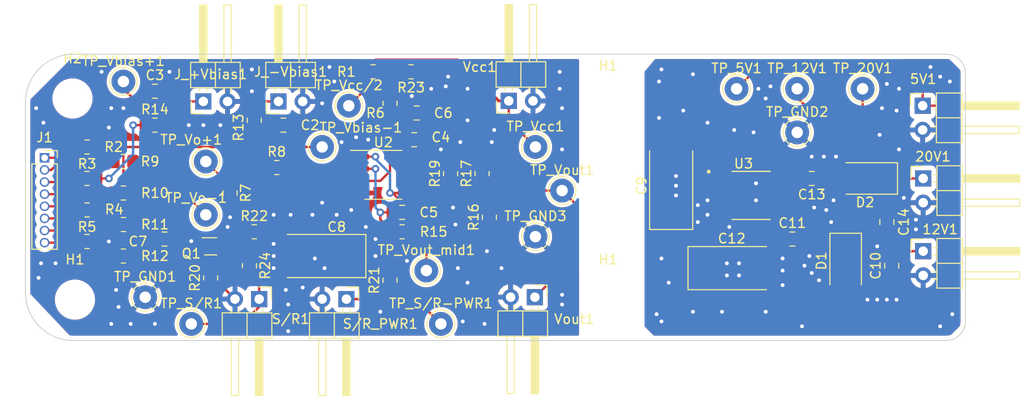
<source format=kicad_pcb>
(kicad_pcb (version 20211014) (generator pcbnew)
  (title_block (title "AMR strāvas mērītājs") (company "RTU") (comment 1 "Emīls Stūrītis") (comment 2 "161REB064"))
  (layers (0 "F.Cu" signal) (31 "B.Cu" signal) (34 "B.Paste" user) (35 "F.Paste" user) (36 "B.SilkS" user "B.Silkscreen") (37 "F.SilkS" user "F.Silkscreen") (38 "B.Mask" user) (39 "F.Mask" user) (44 "Edge.Cuts" user))
  (net 0 "")
  (net 1 "GND")
  (net 2 "Net-(J1-Pad1)")
  (net 3 "Net-(J1-Pad2)")
  (net 4 "Net-(J1-Pad3)")
  (net 5 "Net-(J1-Pad4)")
  (net 6 "Net-(J1-Pad5)")
  (net 7 "Net-(J1-Pad6)")
  (net 8 "Net-(J1-Pad7)")
  (net 9 "Net-(J1-Pad8)")
  (net 10 "Net-(J_+Vbias1-Pad1)")
  (net 11 "Net-(R6-Pad2)")
  (net 12 "Net-(J_-Vbias1-Pad1)")
  (net 13 "Net-(C7-Pad2)")
  (net 14 "/-Vbias")
  (net 15 "/+Vbias")
  (net 16 "/Vcc")
  (net 17 "Net-(C5-Pad1)")
  (net 18 "Net-(C5-Pad2)")
  (net 19 "/S{slash}R+")
  (net 20 "Net-(C8-Pad1)")
  (net 21 "Net-(C9-Pad1)")
  (net 22 "Net-(C9-Pad2)")
  (net 23 "/+12V")
  (net 24 "/5V")
  (net 25 "Net-(C12-Pad1)")
  (net 26 "Net-(C12-Pad2)")
  (net 27 "Net-(C13-Pad1)")
  (net 28 "/20V")
  (net 29 "/S{slash}R")
  (net 30 "/Vo")
  (net 31 "Net-(Q1-Pad4)")
  (net 32 "/Vcc{slash}2")
  (net 33 "/Vo+")
  (net 34 "/Vo-")
  (net 35 "Net-(R16-Pad2)")
  (net 36 "Net-(R21-Pad1)")
  (net 37 "Net-(R24-Pad2)")
  (net 38 "GND2")
  (footprint "Connector_PinHeader_2.54mm:PinHeader_1x02_P2.54mm_Horizontal" (layer "F.Cu") (at 88.055 76.255 -90)
    (fp_text reference "S/R1")
    (fp_text value "Conn_01x02")
  )
  (footprint "Capacitor_Tantalum_SMD:CP_EIA-7343-31_Kemet-D_Pad2.25x2.55mm_HandSolder" (layer "F.Cu") (at 137.58 73.01)
    (fp_text reference "C12")
    (fp_text value "C_Polarized_Small")
  )
  (footprint "Connector_PinHeader_2.54mm:PinHeader_1x02_P2.54mm_Horizontal" (layer "F.Cu") (at 116.949 76.053 -90)
    (fp_text reference "Vout1")
    (fp_text value "Conn_01x02")
  )
  (footprint "TestPoint:TestPoint_THTPad_D2.5mm_Drill1.2mm" (layer "F.Cu") (at 119.8 64.882)
    (fp_text reference "TP_Vout1")
    (fp_text value "TestPoint")
  )
  (footprint "Capacitor_SMD:C_0805_2012Metric_Pad1.18x1.45mm_HandSolder" (layer "F.Cu") (at 78.144 69.962)
    (fp_text reference "C7")
    (fp_text value "0.1uF")
  )
  (footprint "Resistor_SMD:R_0805_2012Metric_Pad1.20x1.40mm_HandSolder" (layer "F.Cu") (at 77.128 58.024)
    (fp_text reference "R14")
    (fp_text value "4R")
  )
  (footprint "Diode_SMD:D_SMA" (layer "F.Cu") (at 149.518 72.756 -90)
    (fp_text reference "D1")
    (fp_text value "1N5818")
  )
  (footprint "Capacitor_SMD:C_0805_2012Metric_Pad1.18x1.45mm_HandSolder" (layer "F.Cu") (at 143.93 69.962)
    (fp_text reference "C11")
    (fp_text value "2uf")
  )
  (footprint "Connector_PinHeader_2.54mm:PinHeader_1x02_P2.54mm_Horizontal" (layer "F.Cu") (at 90.077 55.541 90)
    (fp_text reference "J_-Vbias1")
    (fp_text value "Conn_01x02")
  )
  (footprint "Resistor_SMD:R_0805_2012Metric_Pad1.20x1.40mm_HandSolder" (layer "F.Cu") (at 101.766 55.738 -90)
    (fp_text reference "R6")
    (fp_text value "500k")
  )
  (footprint "TestPoint:TestPoint_THTPad_D2.5mm_Drill1.2mm" (layer "F.Cu") (at 117.006 60.31)
    (fp_text reference "TP_Vcc1")
    (fp_text value "TestPoint")
  )
  (footprint "Capacitor_SMD:C_0805_2012Metric_Pad1.18x1.45mm_HandSolder" (layer "F.Cu") (at 145.962 63.612 180)
    (fp_text reference "C13")
    (fp_text value "100nF")
  )
  (footprint "Resistor_SMD:R_0805_2012Metric_Pad1.20x1.40mm_HandSolder" (layer "F.Cu") (at 99.988 52.436 180)
    (fp_text reference "R1")
    (fp_text value "10k")
  )
  (footprint "TestPoint:TestPoint_THTPad_D2.5mm_Drill1.2mm" (layer "F.Cu") (at 76.112 76.058)
    (fp_text reference "TP_GND1")
    (fp_text value "TestPoint")
  )
  (footprint "MyLib:SOIC127P600X175-8N" (layer "F.Cu") (at 139.612 65.39)
    (fp_text reference "U3")
    (fp_text value "MAX662ACSA+")
  )
  (footprint "Capacitor_SMD:C_0805_2012Metric_Pad1.18x1.45mm_HandSolder" (layer "F.Cu") (at 104.306 59.548)
    (fp_text reference "C4")
    (fp_text value "1uF")
  )
  (footprint "MountingHole:MountingHole_3.2mm_M3" (layer "F.Cu") (at 68.746 76.312)
    (fp_text reference "H1")
    (fp_text value "MountingHole")
  )
  (footprint "Resistor_SMD:R_0805_2012Metric_Pad1.20x1.40mm_HandSolder" (layer "F.Cu") (at 70.016 70.216)
    (fp_text reference "R5")
    (fp_text value "0R")
  )
  (footprint "TestPoint:TestPoint_THTPad_D2.5mm_Drill1.2mm" (layer "F.Cu") (at 73.826 53.452)
    (fp_text reference "TP_Vbias+1")
    (fp_text value "TestPoint")
  )
  (footprint "Capacitor_SMD:C_0805_2012Metric_Pad1.18x1.45mm_HandSolder" (layer "F.Cu") (at 77.128 54.468)
    (fp_text reference "C3")
    (fp_text value "1uF")
  )
  (footprint "Resistor_SMD:R_0805_2012Metric_Pad1.20x1.40mm_HandSolder" (layer "F.Cu") (at 108.116 63.104 90)
    (fp_text reference "R19")
    (fp_text value "Rth")
  )
  (footprint "Resistor_SMD:R_0805_2012Metric_Pad1.20x1.40mm_HandSolder" (layer "F.Cu") (at 73.826 71.74)
    (fp_text reference "R12")
    (fp_text value "0R")
  )
  (footprint "Resistor_SMD:R_0805_2012Metric_Pad1.20x1.40mm_HandSolder" (layer "F.Cu") (at 85.002 65.136 -90)
    (fp_text reference "R7")
    (fp_text value "5k")
  )
  (footprint "Capacitor_SMD:C_0805_2012Metric_Pad1.18x1.45mm_HandSolder" (layer "F.Cu") (at 154.344 72.756 90)
    (fp_text reference "C10")
    (fp_text value "100nF")
  )
  (footprint "TestPoint:TestPoint_THTPad_D2.5mm_Drill1.2mm" (layer "F.Cu") (at 97.448 55.992)
    (fp_text reference "TP_Vcc/2")
    (fp_text value "TestPoint")
  )
  (footprint "Capacitor_SMD:C_0805_2012Metric_Pad1.18x1.45mm_HandSolder" (layer "F.Cu") (at 90.59 58.024 180)
    (fp_text reference "C2")
    (fp_text value "1uF")
  )
  (footprint "TestPoint:TestPoint_THTPad_D2.5mm_Drill1.2mm" (layer "F.Cu") (at 80.938 78.852)
    (fp_text reference "TP_S/R1")
    (fp_text value "TestPoint")
  )
  (footprint "Resistor_SMD:R_0805_2012Metric_Pad1.20x1.40mm_HandSolder" (layer "F.Cu") (at 73.826 68.438)
    (fp_text reference "R11")
    (fp_text value "0R")
  )
  (footprint "Connector_PinHeader_2.54mm:PinHeader_1x02_P2.54mm_Horizontal" (layer "F.Cu") (at 157.646 71.232)
    (fp_text reference "12V1")
    (fp_text value "Conn_01x02")
  )
  (footprint "TestPoint:TestPoint_THTPad_D2.5mm_Drill1.2mm" (layer "F.Cu") (at 105.576 73.264)
    (fp_text reference "TP_Vout_mid1")
    (fp_text value "TestPoint")
  )
  (footprint "Resistor_SMD:R_0805_2012Metric_Pad1.20x1.40mm_HandSolder" (layer "F.Cu") (at 89.893 62.469)
    (fp_text reference "R8")
    (fp_text value "5k")
  )
  (footprint "MountingHole:MountingHole_3.2mm_M3" (layer "F.Cu") (at 124.626 76.312)
    (fp_text reference "H1")
    (fp_text value "MountingHole")
  )
  (footprint "Connector_PinHeader_2.54mm:PinHeader_1x02_P2.54mm_Horizontal" (layer "F.Cu") (at 157.589 55.987)
    (fp_text reference "5V1")
    (fp_text value "Conn_01x02")
  )
  (footprint "Capacitor_SMD:C_0805_2012Metric_Pad1.18x1.45mm_HandSolder" (layer "F.Cu") (at 104.56 56.754)
    (fp_text reference "C6")
    (fp_text value "0.1uF")
  )
  (footprint "Resistor_SMD:R_0805_2012Metric_Pad1.20x1.40mm_HandSolder" (layer "F.Cu") (at 101.766 74.28 90)
    (fp_text reference "R21")
    (fp_text value "180R")
  )
  (footprint "Resistor_SMD:R_0805_2012Metric_Pad1.20x1.40mm_HandSolder" (layer "F.Cu") (at 70.016 60.31)
    (fp_text reference "R2")
    (fp_text value "0R")
  )
  (footprint "TestPoint:TestPoint_THTPad_D2.5mm_Drill1.2mm" (layer "F.Cu") (at 94.654 60.31)
    (fp_text reference "TP_Vbias-1")
    (fp_text value "TestPoint")
  )
  (footprint "MountingHole:MountingHole_3.2mm_M3" (layer "F.Cu") (at 68.492 55.23)
    (fp_text reference "H2")
    (fp_text value "MountingHole")
  )
  (footprint "Package_TO_SOT_SMD:SOT-563" (layer "F.Cu") (at 82.97 70.724)
    (fp_text reference "Q1")
    (fp_text value "BSD235C")
  )
  (footprint "Connector_PinSocket_1.27mm:PinSocket_1x08_P1.27mm_Vertical" (layer "F.Cu") (at 65.566 61.448)
    (fp_text reference "J1")
    (fp_text value "Conn_01x08")
  )
  (footprint "Resistor_SMD:R_0805_2012Metric_Pad1.20x1.40mm_HandSolder" (layer "F.Cu") (at 87.542 69.2)
    (fp_text reference "R22")
    (fp_text value "0R")
  )
  (footprint "Resistor_SMD:R_0805_2012Metric_Pad1.20x1.40mm_HandSolder" (layer "F.Cu") (at 103.036 69.2)
    (fp_text reference "R15")
    (fp_text value "500k")
  )
  (footprint "Resistor_SMD:R_0805_2012Metric_Pad1.20x1.40mm_HandSolder" (layer "F.Cu") (at 87.542 57.516 90)
    (fp_text reference "R13")
    (fp_text value "4R")
  )
  (footprint "TestPoint:TestPoint_THTPad_D2.5mm_Drill1.2mm" (layer "F.Cu") (at 144.438 58.786)
    (fp_text reference "TP_GND2")
    (fp_text value "TestPoint")
  )
  (footprint "TestPoint:TestPoint_THTPad_D2.5mm_Drill1.2mm" (layer "F.Cu") (at 117.006 69.708)
    (fp_text reference "TP_GND3")
    (fp_text value "TestPoint")
  )
  (footprint "Resistor_SMD:R_0805_2012Metric_Pad1.20x1.40mm_HandSolder" (layer "F.Cu") (at 112.18 67.676 90)
    (fp_text reference "R16")
    (fp_text value "Rb")
  )
  (footprint "Resistor_SMD:R_0805_2012Metric_Pad1.20x1.40mm_HandSolder" (layer "F.Cu") (at 103.976 52.436 180)
    (fp_text reference "R23")
    (fp_text value "10k")
  )
  (footprint "TestPoint:TestPoint_THTPad_D2.5mm_Drill1.2mm" (layer "F.Cu") (at 82.462 67.422)
    (fp_text reference "TP_Vo-1")
    (fp_text value "TestPoint")
  )
  (footprint "TestPoint:TestPoint_THTPad_D2.5mm_Drill1.2mm" (layer "F.Cu") (at 107.1 78.852)
    (fp_text reference "TP_S/R-PWR1")
    (fp_text value "TestPoint")
  )
  (footprint "Capacitor_SMD:C_0805_2012Metric_Pad1.18x1.45mm_HandSolder" (layer "F.Cu") (at 153.836 68.184 90)
    (fp_text reference "C14")
    (fp_text value "100nF")
  )
  (footprint "Package_SO:SOIC-8_3.9x4.9mm_P1.27mm" (layer "F.Cu") (at 101.069 63.231)
    (fp_text reference "U2")
    (fp_text value "RC4558")
  )
  (footprint "Diode_SMD:D_SMA" (layer "F.Cu") (at 151.55 63.612 180)
    (fp_text reference "D2")
    (fp_text value "1N5818")
  )
  (footprint "Resistor_SMD:R_0805_2012Metric_Pad1.20x1.40mm_HandSolder" (layer "F.Cu") (at 111.418 63.104 90)
    (fp_text reference "R17")
    (fp_text value "Ra")
  )
  (footprint "Resistor_SMD:R_0805_2012Metric_Pad1.20x1.40mm_HandSolder" (layer "F.Cu") (at 73.826 61.834)
    (fp_text reference "R9")
    (fp_text value "0R")
  )
  (footprint "TestPoint:TestPoint_THTPad_D2.5mm_Drill1.2mm" (layer "F.Cu") (at 82.462 61.834)
    (fp_text reference "TP_Vo+1")
    (fp_text value "TestPoint")
  )
  (footprint "Capacitor_SMD:C_0805_2012Metric_Pad1.18x1.45mm_HandSolder" (layer "F.Cu") (at 103.036 67.168)
    (fp_text reference "C5")
    (fp_text value "100nF")
  )
  (footprint "Capacitor_Tantalum_SMD:CP_EIA-7343-31_Kemet-D_Pad2.25x2.55mm_HandSolder" (layer "F.Cu") (at 131.23 64.374 90)
    (fp_text reference "C9")
    (fp_text value "C_Polarized_Small")
  )
  (footprint "TestPoint:TestPoint_THTPad_D2.5mm_Drill1.2mm" (layer "F.Cu") (at 144.438 54.214)
    (fp_text reference "TP_12V1")
    (fp_text value "TestPoint")
  )
  (footprint "Resistor_SMD:R_0805_2012Metric_Pad1.20x1.40mm_HandSolder" (layer "F.Cu") (at 73.826 65.136)
    (fp_text reference "R10")
    (fp_text value "0R")
  )
  (footprint "Connector_PinHeader_2.54mm:PinHeader_1x02_P2.54mm_Horizontal" (layer "F.Cu") (at 82.203 55.541 90)
    (fp_text reference "J_+Vbias1")
    (fp_text value "Conn_01x02")
  )
  (footprint "Connector_PinHeader_2.54mm:PinHeader_1x02_P2.54mm_Horizontal" (layer "F.Cu") (at 157.646 63.612)
    (fp_text reference "20V1")
    (fp_text value "Conn_01x02")
  )
  (footprint "Resistor_SMD:R_0805_2012Metric_Pad1.20x1.40mm_HandSolder" (layer "F.Cu") (at 82.97 74.026 90)
    (fp_text reference "R20")
    (fp_text value "4k7")
  )
  (footprint "Resistor_SMD:R_0805_2012Metric_Pad1.20x1.40mm_HandSolder" (layer "F.Cu") (at 70.016 63.612)
    (fp_text reference "R3")
    (fp_text value "0R")
  )
  (footprint "MountingHole:MountingHole_3.2mm_M3" (layer "F.Cu") (at 124.626 55.992)
    (fp_text reference "H1")
    (fp_text value "MountingHole")
  )
  (footprint "Capacitor_Tantalum_SMD:CP_EIA-7343-31_Kemet-D_Pad2.25x2.55mm_HandSolder" (layer "F.Cu") (at 94.654 71.74 180)
    (fp_text reference "C8")
    (fp_text value "C_Polarized_Small")
  )
  (footprint "Connector_PinHeader_2.54mm:PinHeader_1x02_P2.54mm_Horizontal" (layer "F.Cu") (at 114.212 55.484 90)
    (fp_text reference "Vcc1")
    (fp_text value "Conn_01x02")
  )
  (footprint "Resistor_SMD:R_0805_2012Metric_Pad1.20x1.40mm_HandSolder" (layer "F.Cu") (at 70.016 66.914)
    (fp_text reference "R4")
    (fp_text value "0R")
  )
  (footprint "TestPoint:TestPoint_THTPad_D2.5mm_Drill1.2mm" (layer "F.Cu") (at 138.088 54.214)
    (fp_text reference "TP_5V1")
    (fp_text value "TestPoint")
  )
  (footprint "TestPoint:TestPoint_THTPad_D2.5mm_Drill1.2mm" (layer "F.Cu") (at 151.296 54.214)
    (fp_text reference "TP_20V1")
    (fp_text value "TestPoint")
  )
  (footprint "Connector_PinHeader_2.54mm:PinHeader_1x02_P2.54mm_Horizontal" (layer "F.Cu") (at 97.199 76.255 -90)
    (fp_text reference "S/R_PWR1")
    (fp_text value "Conn_01x02")
  )
  (footprint "Resistor_SMD:R_0805_2012Metric_Pad1.20x1.40mm_HandSolder" (layer "F.Cu") (at 87.034 72.756 -90)
    (fp_text reference "R24")
    (fp_text value "0R")
  )
  (gr_line (start 68.566 50.592) (end 160.066 50.592) (layer "Edge.Cuts") (width 0.1))
  (gr_arc (start 160.066 50.592) (mid 161.480214 51.177786) (end 162.066 52.592) (layer "Edge.Cuts") (width 0.1))
  (gr_line (start 63.566 75.592) (end 63.566 55.592) (layer "Edge.Cuts") (width 0.1))
  (gr_arc (start 162.066 78.592) (mid 161.480214 80.006214) (end 160.066 80.592) (layer "Edge.Cuts") (width 0.1))
  (gr_line (start 162.066 64.092) (end 162.066 78.592) (layer "Edge.Cuts") (width 0.1))
  (gr_line (start 68.566 80.592) (end 160.066 80.592) (layer "Edge.Cuts") (width 0.1))
  (gr_arc (start 63.566 55.592) (mid 65.044306 52.070306) (end 68.566 50.592) (layer "Edge.Cuts") (width 0.1))
  (gr_arc (start 68.566 80.592) (mid 65.030466 79.127534) (end 63.566 75.592) (layer "Edge.Cuts") (width 0.1))
  (gr_line (start 162.066 64.092) (end 162.066 52.592) (layer "Edge.Cuts") (width 0.1))
  (segment (start 71.016 70.216) (end 72.302 70.216) (width 0.25) (layer "F.Cu") (net 1))
  (segment (start 84.286 75.026) (end 85.515 76.255) (width 0.25) (layer "F.Cu") (net 1))
  (segment (start 90.184 70.47) (end 91.454 71.74) (width 0.25) (layer "F.Cu") (net 1))
  (segment (start 89.574 71.74) (end 91.454 71.74) (width 0.25) (layer "F.Cu") (net 1))
  (segment (start 89.574 73.01) (end 90.184 73.01) (width 0.25) (layer "F.Cu") (net 1))
  (segment (start 89.574 70.47) (end 90.184 70.47) (width 0.25) (layer "F.Cu") (net 1))
  (segment (start 82.97 75.026) (end 84.286 75.026) (width 0.25) (layer "F.Cu") (net 1))
  (segment (start 80.938 70.1785) (end 82.1745 70.1785) (width 0.25) (layer "F.Cu") (net 1))
  (segment (start 82.1745 70.1785) (end 82.22 70.224) (width 0.25) (layer "F.Cu") (net 1))
  (segment (start 90.184 73.01) (end 91.454 71.74) (width 0.25) (layer "F.Cu") (net 1))
  (via (at 119.8 75.804) (size 0.8) (drill 0.4) (layers "F.Cu" "B.Cu") (net 1))
  (via (at 72.302 70.216) (size 0.8) (drill 0.4) (layers "F.Cu" "B.Cu") (net 1))
  (via (at 65.444 57.77) (size 0.8) (drill 0.4) (layers "F.Cu" "B.Cu") (net 1))
  (via (at 73.064 75.296) (size 0.8) (drill 0.4) (layers "F.Cu" "B.Cu") (net 1))
  (via (at 89.574 67.422) (size 0.8) (drill 0.4) (layers "F.Cu" "B.Cu") (net 1))
  (via (at 119.8 60.564) (size 0.8) (drill 0.4) (layers "F.Cu" "B.Cu") (net 1))
  (via (at 92.622 75.042) (size 0.8) (drill 0.4) (layers "F.Cu" "B.Cu") (net 1))
  (via (at 108.878 73.01) (size 0.8) (drill 0.4) (layers "F.Cu" "B.Cu") (net 1))
  (via (at 112.688 58.532) (size 0.8) (drill 0.4) (layers "F.Cu" "B.Cu") (net 1))
  (via (at 109.894 57.516) (size 0.8) (drill 0.4) (layers "F.Cu" "B.Cu") (net 1))
  (via (at 99.226 68.692) (size 0.8) (drill 0.4) (layers "F.Cu" "B.Cu") (net 1))
  (via (at 64.936 74.026) (size 0.8) (drill 0.4) (layers "F.Cu" "B.Cu") (net 1))
  (via (at 94.908 73.01) (size 0.8) (drill 0.4) (layers "F.Cu" "B.Cu") (net 1))
  (via (at 77.128 78.852) (size 0.8) (drill 0.4) (layers "F.Cu" "B.Cu") (net 1))
  (via (at 94.654 66.152) (size 0.8) (drill 0.4) (layers "F.Cu" "B.Cu") (net 1))
  (via (at 104.052 54.976) (size 0.8) (drill 0.4) (layers "F.Cu" "B.Cu") (net 1))
  (via (at 119.546 52.436) (size 0.8) (drill 0.4) (layers "F.Cu" "B.Cu") (net 1))
  (via (at 87.288 54.468) (size 0.8) (drill 0.4) (layers "F.Cu" "B.Cu") (net 1))
  (via (at 85.002 67.676) (size 0.8) (drill 0.4) (layers "F.Cu" "B.Cu") (net 1))
  (via (at 107.862 52.944) (size 0.8) (drill 0.4) (layers "F.Cu" "B.Cu") (net 1))
  (via (at 98.21 59.294) (size 0.8) (drill 0.4) (layers "F.Cu" "B.Cu") (net 1))
  (via (at 66.714 72.502) (size 0.8) (drill 0.4) (layers "F.Cu" "B.Cu") (net 1))
  (via (at 65.19 72.502) (size 0.8) (drill 0.4) (layers "F.Cu" "B.Cu") (net 1))
  (via (at 71.54 52.436) (size 0.8) (drill 0.4) (layers "F.Cu" "B.Cu") (net 1))
  (via (at 119.546 54.214) (size 0.8) (drill 0.4) (layers "F.Cu" "B.Cu") (net 1))
  (via (at 109.894 54.214) (size 0.8) (drill 0.4) (layers "F.Cu" "B.Cu") (net 1))
  (via (at 83.986 58.024) (size 0.8) (drill 0.4) (layers "F.Cu" "B.Cu") (net 1))
  (via (at 99.48 59.548) (size 0.8) (drill 0.4) (layers "F.Cu" "B.Cu") (net 1))
  (via (at 95.924 53.452) (size 0.8) (drill 0.4) (layers "F.Cu" "B.Cu") (net 1))
  (via (at 73.826 56.246) (size 0.8) (drill 0.4) (layers "F.Cu" "B.Cu") (net 1))
  (via (at 74.588 78.852) (size 0.8) (drill 0.4) (layers "F.Cu" "B.Cu") (net 1))
  (via (at 107.608 53.96) (size 0.8) (drill 0.4) (layers "F.Cu" "B.Cu") (net 1))
  (via (at 108.37 66.66) (size 0.8) (drill 0.4) (layers "F.Cu" "B.Cu") (net 1))
  (via (at 89.574 70.47) (size 0.8) (drill 0.4) (layers "F.Cu" "B.Cu") (net 1))
  (via (at 89.574 73.01) (size 0.8) (drill 0.4) (layers "F.Cu" "B.Cu") (net 1))
  (via (at 72.556 56.246) (size 0.8) (drill 0.4) (layers "F.Cu" "B.Cu") (net 1))
  (via (at 111.926 71.232) (size 0.8) (drill 0.4) (layers "F.Cu" "B.Cu") (net 1))
  (via (at 89.574 71.74) (size 0.8) (drill 0.4) (layers "F.Cu" "B.Cu") (net 1))
  (via (at 82.208 58.024) (size 0.8) (drill 0.4) (layers "F.Cu" "B.Cu") (net 1))
  (via (at 100.242 71.74) (size 0.8) (drill 0.4) (layers "F.Cu" "B.Cu") (net 1))
  (via (at 119.8 76.82) (size 0.8) (drill 0.4) (layers "F.Cu" "B.Cu") (net 1))
  (via (at 109.386 78.598) (size 0.8) (drill 0.4) (layers "F.Cu" "B.Cu") (net 1))
  (via (at 97.702 66.914) (size 0.8) (drill 0.4) (layers "F.Cu" "B.Cu") (net 1))
  (via (at 93.892 71.994) (size 0.8) (drill 0.4) (layers "F.Cu" "B.Cu") (net 1))
  (via (at 84.748 68.692) (size 0.8) (drill 0.4) (layers "F.Cu" "B.Cu") (net 1))
  (via (at 100.75 77.582) (size 0.8) (drill 0.4) (layers "F.Cu" "B.Cu") (net 1))
  (via (at 109.132 59.802) (size 0.8) (drill 0.4) (layers "F.Cu" "B.Cu") (net 1))
  (via (at 95.416 51.928) (size 0.8) (drill 0.4) (layers "F.Cu" "B.Cu") (net 1))
  (via (at 106.084 54.214) (size 0.8) (drill 0.4) (layers "F.Cu" "B.Cu") (net 1))
  (via (at 80.938 70.1785) (size 0.8) (drill 0.4) (layers "F.Cu" "B.Cu") (net 1))
  (via (at 108.624 68.438) (size 0.8) (drill 0.4) (layers "F.Cu" "B.Cu") (net 1))
  (via (at 103.544 72.248) (size 0.8) (drill 0.4) (layers "F.Cu" "B.Cu") (net 1))
  (via (at 90.844 75.296) (size 0.8) (drill 0.4) (layers "F.Cu" "B.Cu") (net 1))
  (via (at 93.638 67.422) (size 0.8) (drill 0.4) (layers "F.Cu" "B.Cu") (net 1))
  (via (at 112.434 59.802) (size 0.8) (drill 0.4) (layers "F.Cu" "B.Cu") (net 1))
  (via (at 72.302 58.278) (size 0.8) (drill 0.4) (layers "F.Cu" "B.Cu") (net 1))
  (via (at 64.682 56.246) (size 0.8) (drill 0.4) (layers "F.Cu" "B.Cu") (net 1))
  (via (at 109.894 74.534) (size 0.8) (drill 0.4) (layers "F.Cu" "B.Cu") (net 1))
  (via (at 91.098 79.614) (size 0.8) (drill 0.4) (layers "F.Cu" "B.Cu") (net 1))
  (via (at 107.1 60.564) (size 0.8) (drill 0.4) (layers "F.Cu" "B.Cu") (net 1))
  (via (at 87.288 52.182) (size 0.8) (drill 0.4) (layers "F.Cu" "B.Cu") (net 1))
  (via (at 96.686 59.802) (size 0.8) (drill 0.4) (layers "F.Cu" "B.Cu") (net 1))
  (via (at 100.242 69.962) (size 0.8) (drill 0.4) (layers "F.Cu" "B.Cu") (net 1))
  (via (at 72.556 78.852) (size 0.8) (drill 0.4) (layers "F.Cu" "B.Cu") (net 1))
  (via (at 91.352 67.422) (size 0.8) (drill 0.4) (layers "F.Cu" "B.Cu") (net 1))
  (via (at 78.652 52.436) (size 0.8) (drill 0.4) (layers "F.Cu" "B.Cu") (net 1))
  (via (at 91.098 76.82) (size 0.8) (drill 0.4) (layers "F.Cu" "B.Cu") (net 1))
  (via (at 111.672 78.852) (size 0.8) (drill 0.4) (layers "F.Cu" "B.Cu") (net 1))
  (via (at 119.8 56.246) (size 0.8) (drill 0.4) (layers "F.Cu" "B.Cu") (net 1))
  (via (at 113.45 73.01) (size 0.8) (drill 0.4) (layers "F.Cu" "B.Cu") (net 1))
  (via (at 80.684 58.024) (size 0.8) (drill 0.4) (layers "F.Cu" "B.Cu") (net 1))
  (via (at 73.318 77.074) (size 0.8) (drill 0.4) (layers "F.Cu" "B.Cu") (net 1))
  (via (at 94.654 55.738) (size 0.8) (drill 0.4) (layers "F.Cu" "B.Cu") (net 1))
  (via (at 96.178 67.422) (size 0.8) (drill 0.4) (layers "F.Cu" "B.Cu") (net 1))
  (segment (start 65.566 61.448) (end 67.878 61.448) (width 0.25) (layer "F.Cu") (net 2))
  (segment (start 67.878 61.448) (end 69.016 60.31) (width 0.25) (layer "F.Cu") (net 2))
  (segment (start 66.903106 62.088) (end 72.572 62.088) (width 0.25) (layer "F.Cu") (net 3))
  (segment (start 66.273106 62.718) (end 66.903106 62.088) (width 0.25) (layer "F.Cu") (net 3))
  (segment (start 72.572 62.088) (end 72.826 61.834) (width 0.25) (layer "F.Cu") (net 3))
  (segment (start 65.566 62.718) (end 66.273106 62.718) (width 0.25) (layer "F.Cu") (net 3))
  (segment (start 68.64 63.988) (end 65.566 63.988) (width 0.25) (layer "F.Cu") (net 4))
  (segment (start 69.016 63.612) (end 68.64 63.988) (width 0.25) (layer "F.Cu") (net 4))
  (segment (start 65.566 65.258) (end 72.704 65.258) (width 0.25) (layer "F.Cu") (net 5))
  (segment (start 72.704 65.258) (end 72.826 65.136) (width 0.25) (layer "F.Cu") (net 5))
  (segment (start 69.016 66.914) (end 68.63 66.528) (width 0.25) (layer "F.Cu") (net 6))
  (segment (start 68.63 66.528) (end 65.566 66.528) (width 0.25) (layer "F.Cu") (net 6))
  (segment (start 65.566 67.798) (end 67.09 67.798) (width 0.25) (layer "F.Cu") (net 7))
  (segment (start 67.73 68.438) (end 72.826 68.438) (width 0.25) (layer "F.Cu") (net 7))
  (segment (start 67.09 67.798) (end 67.73 68.438) (width 0.25) (layer "F.Cu") (net 7))
  (segment (start 65.566 69.068) (end 67.868 69.068) (width 0.25) (layer "F.Cu") (net 8))
  (segment (start 67.868 69.068) (end 69.016 70.216) (width 0.25) (layer "F.Cu") (net 8))
  (segment (start 72.826 71.74) (end 68.492 71.74) (width 0.25) (layer "F.Cu") (net 9))
  (segment (start 68.492 71.74) (end 67.09 70.338) (width 0.25) (layer "F.Cu") (net 9))
  (segment (start 67.09 70.338) (end 65.566 70.338) (width 0.25) (layer "F.Cu") (net 9))
  (segment (start 80.611 55.541) (end 82.203 55.541) (width 0.25) (layer "F.Cu") (net 10))
  (segment (start 78.128 58.024) (end 80.611 55.541) (width 0.25) (layer "F.Cu") (net 10))
  (segment (start 100.75 63.866) (end 101.766 62.85) (width 0.25) (layer "F.Cu") (net 11))
  (segment (start 85.002 66.136) (end 91.114 66.136) (width 0.25) (layer "F.Cu") (net 11))
  (segment (start 98.594 63.866) (end 100.75 63.866) (width 0.25) (layer "F.Cu") (net 11))
  (segment (start 91.114 66.136) (end 93.384 63.866) (width 0.25) (layer "F.Cu") (net 11))
  (segment (start 101.766 62.85) (end 101.766 56.738) (width 0.25) (layer "F.Cu") (net 11))
  (segment (start 93.384 63.866) (end 98.594 63.866) (width 0.25) (layer "F.Cu") (net 11))
  (segment (start 87.542 56.516) (end 88.517 55.541) (width 0.25) (layer "F.Cu") (net 12))
  (segment (start 88.517 55.541) (end 90.077 55.541) (width 0.25) (layer "F.Cu") (net 12))
  (segment (start 82.95 69.454) (end 83.72 70.224) (width 0.25) (layer "F.Cu") (net 13))
  (segment (start 82.22 71.224) (end 80.93 71.224) (width 0.25) (layer "F.Cu") (net 13))
  (segment (start 79.1815 69.962) (end 79.6895 69.454) (width 0.25) (layer "F.Cu") (net 13))
  (segment (start 80.4435 71.224) (end 79.1815 69.962) (width 0.25) (layer "F.Cu") (net 13))
  (segment (start 80.93 71.224) (end 80.4435 71.224) (width 0.25) (layer "F.Cu") (net 13))
  (segment (start 79.6895 69.454) (end 82.95 69.454) (width 0.25) (layer "F.Cu") (net 13))
  (segment (start 74.826 65.136) (end 74.826 64.612) (width 0.25) (layer "F.Cu") (net 14))
  (segment (start 85.748 60.31) (end 87.542 58.516) (width 0.25) (layer "F.Cu") (net 14))
  (segment (start 73.826 60.564) (end 73.572 60.31) (width 0.25) (layer "F.Cu") (net 14))
  (segment (start 89.5525 58.024) (end 89.5525 58.5105) (width 0.25) (layer "F.Cu") (net 14))
  (segment (start 89.0605 58.516) (end 89.5525 58.024) (width 0.25) (layer "F.Cu") (net 14))
  (segment (start 71.016 66.914) (end 73.048 66.914) (width 0.25) (layer "F.Cu") (net 14))
  (segment (start 74.826 64.612) (end 73.826 63.612) (width 0.25) (layer "F.Cu") (net 14))
  (segment (start 89.5525 58.5105) (end 91.352 60.31) (width 0.25) (layer "F.Cu") (net 14))
  (segment (start 73.572 60.31) (end 71.016 60.31) (width 0.25) (layer "F.Cu") (net 14))
  (segment (start 87.542 58.516) (end 89.0605 58.516) (width 0.25) (layer "F.Cu") (net 14))
  (segment (start 91.352 60.31) (end 94.654 60.31) (width 0.25) (layer "F.Cu") (net 14))
  (segment (start 73.572 60.31) (end 85.748 60.31) (width 0.25) (layer "F.Cu") (net 14))
  (segment (start 73.048 66.914) (end 74.826 65.136) (width 0.25) (layer "F.Cu") (net 14))
  (segment (start 73.826 63.612) (end 73.826 60.564) (width 0.25) (layer "F.Cu") (net 14))
  (segment (start 74.842 58.024) (end 76.128 58.024) (width 0.25) (layer "F.Cu") (net 15))
  (segment (start 73.826 54.2035) (end 76.128 56.5055) (width 0.25) (layer "F.Cu") (net 15))
  (segment (start 73.826 53.452) (end 73.826 54.2035) (width 0.25) (layer "F.Cu") (net 15))
  (segment (start 71.016 63.612) (end 72.302 63.612) (width 0.25) (layer "F.Cu") (net 15))
  (segment (start 76.128 56.5055) (end 78.1655 54.468) (width 0.25) (layer "F.Cu") (net 15))
  (segment (start 76.128 58.024) (end 76.128 56.5055) (width 0.25) (layer "F.Cu") (net 15))
  (via (at 74.842 58.024) (size 0.8) (drill 0.4) (layers "F.Cu" "B.Cu") (net 15))
  (via (at 72.302 63.612) (size 0.8) (drill 0.4) (layers "F.Cu" "B.Cu") (net 15))
  (segment (start 72.302 63.612) (end 74.842 61.072) (width 0.25) (layer "B.Cu") (net 15))
  (segment (start 74.842 61.072) (end 74.842 58.024) (width 0.25) (layer "B.Cu") (net 15))
  (segment (start 114.212 55.484) (end 113.196 55.484) (width 0.25) (layer "F.Cu") (net 16))
  (segment (start 113.196 55.484) (end 108.878 51.166) (width 0.25) (layer "F.Cu") (net 16))
  (segment (start 105.5975 56.754) (end 105.5975 59.294) (width 0.25) (layer "F.Cu") (net 16))
  (segment (start 103.544 61.326) (end 104.56 61.326) (width 0.25) (layer "F.Cu") (net 16))
  (segment (start 105.3435 60.5425) (end 105.3435 59.548) (width 0.25) (layer "F.Cu") (net 16))
  (segment (start 117.006 60.31) (end 114.974 58.278) (width 0.25) (layer "F.Cu") (net 16))
  (segment (start 106.8675 55.484) (end 114.212 55.484) (width 0.25) (layer "F.Cu") (net 16))
  (segment (start 108.878 51.166) (end 100.258 51.166) (width 0.25) (layer "F.Cu") (net 16))
  (segment (start 114.974 58.278) (end 114.212 58.278) (width 0.25) (layer "F.Cu") (net 16))
  (segment (start 114.212 58.278) (end 114.212 55.484) (width 0.25) (layer "F.Cu") (net 16))
  (segment (start 100.258 51.166) (end 98.988 52.436) (width 0.25) (layer "F.Cu") (net 16))
  (segment (start 105.5975 59.294) (end 105.3435 59.548) (width 0.25) (layer "F.Cu") (net 16))
  (segment (start 104.56 61.326) (end 105.3435 60.5425) (width 0.25) (layer "F.Cu") (net 16))
  (segment (start 105.5975 56.754) (end 106.8675 55.484) (width 0.25) (layer "F.Cu") (net 16))
  (segment (start 100.242 62.596) (end 91.02 62.596) (width 0.25) (layer "F.Cu") (net 17))
  (segment (start 100.75 67.168) (end 100.75 67.914) (width 0.25) (layer "F.Cu") (net 17))
  (segment (start 100.75 67.914) (end 102.036 69.2) (width 0.25) (layer "F.Cu") (net 17))
  (segment (start 91.02 62.596) (end 90.893 62.469) (width 0.25) (layer "F.Cu") (net 17))
  (segment (start 101.9985 67.168) (end 100.75 67.168) (width 0.25) (layer "F.Cu") (net 17))
  (via (at 100.242 62.596) (size 0.8) (drill 0.4) (layers "F.Cu" "B.Cu") (net 17))
  (via (at 100.75 67.168) (size 0.8) (drill 0.4) (layers "F.Cu" "B.Cu") (net 17))
  (segment (start 100.242 62.596) (end 100.242 66.66) (width 0.25) (layer "B.Cu") (net 17))
  (segment (start 100.242 66.66) (end 100.75 67.168) (width 0.25) (layer "B.Cu") (net 17))
  (segment (start 105.576 73.264) (end 105.576 70.74) (width 0.25) (layer "F.Cu") (net 18))
  (segment (start 101.766 65.136) (end 102.0415 65.136) (width 0.25) (layer "F.Cu") (net 18))
  (segment (start 105.576 70.74) (end 104.036 69.2) (width 0.25) (layer "F.Cu") (net 18))
  (segment (start 102.0415 65.136) (end 104.0735 67.168) (width 0.25) (layer "F.Cu") (net 18))
  (segment (start 104.0735 67.168) (end 104.0735 69.1625) (width 0.25) (layer "F.Cu") (net 18))
  (segment (start 103.544 65.136) (end 101.766 65.136) (width 0.25) (layer "F.Cu") (net 18))
  (segment (start 98.594 61.326) (end 100.242 61.326) (width 0.25) (layer "F.Cu") (net 18))
  (segment (start 104.0735 69.1625) (end 104.036 69.2) (width 0.25) (layer "F.Cu") (net 18))
  (via (at 101.766 65.136) (size 0.8) (drill 0.4) (layers "F.Cu" "B.Cu") (net 18))
  (via (at 100.242 61.326) (size 0.8) (drill 0.4) (layers "F.Cu" "B.Cu") (net 18))
  (segment (start 101.766 65.136) (end 101.766 63.094695) (width 0.25) (layer "B.Cu") (net 18))
  (segment (start 100.242 61.570695) (end 100.242 61.326) (width 0.25) (layer "B.Cu") (net 18))
  (segment (start 101.766 63.094695) (end 100.242 61.570695) (width 0.25) (layer "B.Cu") (net 18))
  (segment (start 74.826 68.438) (end 75.5825 68.438) (width 0.25) (layer "F.Cu") (net 19))
  (segment (start 75.5825 68.438) (end 77.1065 69.962) (width 0.25) (layer "F.Cu") (net 19))
  (segment (start 99.394 73.28) (end 97.854 71.74) (width 0.25) (layer "F.Cu") (net 20))
  (segment (start 93.13 69.2) (end 95.67 71.74) (width 0.25) (layer "F.Cu") (net 20))
  (segment (start 101.766 73.28) (end 99.394 73.28) (width 0.25) (layer "F.Cu") (net 20))
  (segment (start 88.542 69.2) (end 93.13 69.2) (width 0.25) (layer "F.Cu") (net 20))
  (segment (start 95.67 71.74) (end 97.854 71.74) (width 0.25) (layer "F.Cu") (net 20))
  (segment (start 134.049 64.755) (end 131.23 67.574) (width 0.25) (layer "F.Cu") (net 21))
  (segment (start 137.137 64.755) (end 134.049 64.755) (width 0.25) (layer "F.Cu") (net 21))
  (segment (start 133.541 63.485) (end 137.137 63.485) (width 0.25) (layer "F.Cu") (net 22))
  (segment (start 131.23 61.174) (end 133.541 63.485) (width 0.25) (layer "F.Cu") (net 22))
  (segment (start 149.518 74.756) (end 149.518 74.534) (width 0.25) (layer "F.Cu") (net 23))
  (segment (start 144.438 55.136396) (end 144.438 54.214) (width 0.25) (layer "F.Cu") (net 23))
  (segment (start 149.518 74.534) (end 151.804 72.248) (width 0.25) (layer "F.Cu") (net 23))
  (segment (start 151.804 72.248) (end 151.804 62.502396) (width 0.25) (layer "F.Cu") (net 23))
  (segment (start 157.646 71.232) (end 154.8305 71.232) (width 0.25) (layer "F.Cu") (net 23))
  (segment (start 143.812305 66.025) (end 142.087 66.025) (width 0.25) (layer "F.Cu") (net 23))
  (segment (start 151.804 62.502396) (end 144.438 55.136396) (width 0.25) (layer "F.Cu") (net 23))
  (segment (start 146.978 69.190695) (end 143.812305 66.025) (width 0.25) (layer "F.Cu") (net 23))
  (segment (start 151.3065 74.756) (end 149.518 74.756) (width 0.25) (layer "F.Cu") (net 23))
  (segment (start 146.978 72.216) (end 146.978 69.190695) (width 0.25) (layer "F.Cu") (net 23))
  (segment (start 154.344 71.7185) (end 151.3065 74.756) (width 0.25) (layer "F.Cu") (net 23))
  (segment (start 149.518 74.756) (end 146.978 72.216) (width 0.25) (layer "F.Cu") (net 23))
  (segment (start 154.8305 71.232) (end 154.344 71.7185) (width 0.25) (layer "F.Cu") (net 23))
  (segment (start 140.374 51.928) (end 138.088 54.214) (width 0.25) (layer "F.Cu") (net 24))
  (segment (start 157.589 55.987) (end 159.419 55.987) (width 0.25) (layer "F.Cu") (net 24))
  (segment (start 143.93 70.9995) (end 144.9675 69.962) (width 0.25) (layer "F.Cu") (net 24))
  (segment (start 157.9 77.836) (end 148.248 77.836) (width 0.25) (layer "F.Cu") (net 24))
  (segment (start 144.946 70.154) (end 142.087 67.295) (width 0.25) (layer "F.Cu") (net 24))
  (segment (start 157.589 55.987) (end 157.589 54.411) (width 0.25) (layer "F.Cu") (net 24))
  (segment (start 160.186 75.55) (end 157.9 77.836) (width 0.25) (layer "F.Cu") (net 24))
  (segment (start 143.93 73.518) (end 143.93 70.9995) (width 0.25) (layer "F.Cu") (net 24))
  (segment (start 160.186 56.754) (end 160.186 75.55) (width 0.25) (layer "F.Cu") (net 24))
  (segment (start 155.106 51.928) (end 140.374 51.928) (width 0.25) (layer "F.Cu") (net 24))
  (segment (start 148.248 77.836) (end 143.93 73.518) (width 0.25) (layer "F.Cu") (net 24))
  (segment (start 159.419 55.987) (end 160.186 56.754) (width 0.25) (layer "F.Cu") (net 24))
  (segment (start 157.589 54.411) (end 155.106 51.928) (width 0.25) (layer "F.Cu") (net 24))
  (segment (start 134.38 70.052) (end 137.137 67.295) (width 0.25) (layer "F.Cu") (net 25))
  (segment (start 134.38 73.01) (end 134.38 70.052) (width 0.25) (layer "F.Cu") (net 25))
  (segment (start 144.9245 63.612) (end 144.9245 63.0825) (width 0.25) (layer "F.Cu") (net 26))
  (segment (start 139.104 67.546574) (end 139.104 66.152) (width 0.25) (layer "F.Cu") (net 26))
  (segment (start 144.184 62.342) (end 140.12 62.342) (width 0.25) (layer "F.Cu") (net 26))
  (segment (start 138.977 66.025) (end 137.137 66.025) (width 0.25) (layer "F.Cu") (net 26))
  (segment (start 140.78 73.01) (end 140.78 69.222574) (width 0.25) (layer "F.Cu") (net 26))
  (segment (start 139.104 63.358) (end 139.104 66.152) (width 0.25) (layer "F.Cu") (net 26))
  (segment (start 144.9245 63.0825) (end 144.184 62.342) (width 0.25) (layer "F.Cu") (net 26))
  (segment (start 140.78 69.222574) (end 139.104 67.546574) (width 0.25) (layer "F.Cu") (net 26))
  (segment (start 140.12 62.342) (end 139.104 63.358) (width 0.25) (layer "F.Cu") (net 26))
  (segment (start 139.104 66.152) (end 138.977 66.025) (width 0.25) (layer "F.Cu") (net 26))
  (segment (start 149.518 70.756) (end 149.518 63.644) (width 0.25) (layer "F.Cu") (net 27))
  (segment (start 146.9995 63.612) (end 149.55 63.612) (width 0.25) (layer "F.Cu") (net 27))
  (segment (start 149.518 63.644) (end 149.55 63.612) (width 0.25) (layer "F.Cu") (net 27))
  (segment (start 153.55 66.8605) (end 153.836 67.1465) (width 0.25) (layer "F.Cu") (net 28))
  (segment (start 153.55 63.612) (end 153.55 66.8605) (width 0.25) (layer "F.Cu") (net 28))
  (segment (start 153.55 63.612) (end 157.646 63.612) (width 0.25) (layer "F.Cu") (net 28))
  (segment (start 151.296 54.214) (end 151.296 61.358) (width 0.25) (layer "F.Cu") (net 28))
  (segment (start 151.296 61.358) (end 153.55 63.612) (width 0.25) (layer "F.Cu") (net 28))
  (segment (start 84.732 73.026) (end 86.002 71.756) (width 0.25) (layer "F.Cu") (net 29))
  (segment locked (start 82.97 70.724) (end 82.97 73.026) (width 0.25) (layer "F.Cu") (net 29))
  (segment (start 82.22 70.724) (end 82.97 70.724) (width 0.25) (layer "F.Cu") (net 29))
  (segment (start 82.97 73.026) (end 84.732 73.026) (width 0.25) (layer "F.Cu") (net 29))
  (segment (start 82.97 70.724) (end 83.72 70.724) (width 0.25) (layer "F.Cu") (net 29))
  (segment (start 86.002 71.756) (end 87.034 71.756) (width 0.25) (layer "F.Cu") (net 29))
  (segment (start 103.544 62.596) (end 107.624 62.596) (width 0.25) (layer "F.Cu") (net 30))
  (segment (start 113.466 62.104) (end 111.418 62.104) (width 0.25) (layer "F.Cu") (net 30))
  (segment (start 116.244 64.882) (end 113.466 62.104) (width 0.25) (layer "F.Cu") (net 30))
  (segment (start 121.07 66.152) (end 119.8 64.882) (width 0.25) (layer "F.Cu") (net 30))
  (segment (start 120.054 73.518) (end 121.07 72.502) (width 0.25) (layer "F.Cu") (net 30))
  (segment (start 119.8 64.882) (end 116.244 64.882) (width 0.25) (layer "F.Cu") (net 30))
  (segment (start 116.949 76.053) (end 119.484 73.518) (width 0.25) (layer "F.Cu") (net 30))
  (segment (start 119.484 73.518) (end 120.054 73.518) (width 0.25) (layer "F.Cu") (net 30))
  (segment (start 107.624 62.596) (end 108.116 62.104) (width 0.25) (layer "F.Cu") (net 30))
  (segment (start 108.116 62.104) (end 111.418 62.104) (width 0.25) (layer "F.Cu") (net 30))
  (segment (start 121.07 72.502) (end 121.07 66.152) (width 0.25) (layer "F.Cu") (net 30))
  (segment (start 84.518 71.224) (end 86.542 69.2) (width 0.25) (layer "F.Cu") (net 31))
  (segment (start 83.72 71.224) (end 84.518 71.224) (width 0.25) (layer "F.Cu") (net 31))
  (segment (start 100.988 52.436) (end 102.976 52.436) (width 0.25) (layer "F.Cu") (net 32))
  (segment (start 101.766 53.214) (end 100.988 52.436) (width 0.25) (layer "F.Cu") (net 32))
  (segment (start 97.448 55.992) (end 98.718 54.722) (width 0.25) (layer "F.Cu") (net 32))
  (segment (start 101.75 54.722) (end 101.766 54.738) (width 0.25) (layer "F.Cu") (net 32))
  (segment (start 98.718 54.722) (end 101.75 54.722) (width 0.25) (layer "F.Cu") (net 32))
  (segment (start 101.766 54.738) (end 101.766 53.214) (width 0.25) (layer "F.Cu") (net 32))
  (segment (start 78.906 64.628) (end 84.51 64.628) (width 0.2) (layer "F.Cu") (net 33))
  (segment (start 74.826 61.834) (end 76.112 61.834) (width 0.2) (layer "F.Cu") (net 33))
  (segment (start 76.112 61.834) (end 78.906 64.628) (width 0.2) (layer "F.Cu") (net 33))
  (segment (start 84.764 64.136) (end 85.002 64.136) (width 0.2) (layer "F.Cu") (net 33))
  (segment (start 84.51 64.628) (end 85.002 64.136) (width 0.2) (layer "F.Cu") (net 33))
  (segment (start 82.462 61.834) (end 84.764 64.136) (width 0.2) (layer "F.Cu") (net 33))
  (segment (start 80.938 65.898) (end 80.938 65.136) (width 0.2) (layer "F.Cu") (net 34))
  (segment (start 78.144 70.978) (end 78.144 67.93) (width 0.2) (layer "F.Cu") (net 34))
  (segment (start 86.226 65.136) (end 88.893 62.469) (width 0.2) (layer "F.Cu") (net 34))
  (segment (start 77.382 71.74) (end 78.144 70.978) (width 0.2) (layer "F.Cu") (net 34))
  (segment (start 78.144 67.93) (end 80.938 65.136) (width 0.2) (layer "F.Cu") (net 34))
  (segment (start 80.938 65.136) (end 86.226 65.136) (width 0.2) (layer "F.Cu") (net 34))
  (segment (start 74.826 71.74) (end 77.382 71.74) (width 0.2) (layer "F.Cu") (net 34))
  (segment (start 82.462 67.422) (end 80.938 65.898) (width 0.2) (layer "F.Cu") (net 34))
  (segment (start 108.116 64.104) (end 111.418 64.104) (width 0.25) (layer "F.Cu") (net 35))
  (segment (start 108.116 64.104) (end 106.068 64.104) (width 0.25) (layer "F.Cu") (net 35))
  (segment (start 112.18 66.676) (end 112.18 64.866) (width 0.25) (layer "F.Cu") (net 35))
  (segment (start 105.83 63.866) (end 103.544 63.866) (width 0.25) (layer "F.Cu") (net 35))
  (segment (start 106.068 64.104) (end 105.83 63.866) (width 0.25) (layer "F.Cu") (net 35))
  (segment (start 112.18 64.866) (end 111.418 64.104) (width 0.25) (layer "F.Cu") (net 35))
  (segment (start 101.766 75.28) (end 103.528 75.28) (width 0.25) (layer "F.Cu") (net 36))
  (segment (start 97.199 76.255) (end 100.791 76.255) (width 0.25) (layer "F.Cu") (net 36))
  (segment (start 100.791 76.255) (end 101.766 75.28) (width 0.25) (layer "F.Cu") (net 36))
  (segment (start 103.528 75.28) (end 107.1 78.852) (width 0.25) (layer "F.Cu") (net 36))
  (segment (start 87.034 73.756) (end 88.055 74.777) (width 0.25) (layer "F.Cu") (net 37))
  (segment (start 88.055 74.777) (end 88.055 76.255) (width 0.25) (layer "F.Cu") (net 37))
  (segment (start 86.272 78.852) (end 88.055 77.069) (width 0.25) (layer "F.Cu") (net 37))
  (segment (start 80.938 78.852) (end 86.272 78.852) (width 0.25) (layer "F.Cu") (net 37))
  (segment (start 88.055 77.069) (end 88.055 76.255) (width 0.25) (layer "F.Cu") (net 37))
  (via (at 158.408 51.928) (size 0.8) (drill 0.4) (layers "F.Cu" "B.Cu") (net 38))
  (via (at 130.214 52.182) (size 0.8) (drill 0.4) (layers "F.Cu" "B.Cu") (net 38))
  (via (at 145.962 73.518) (size 0.8) (drill 0.4) (layers "F.Cu" "B.Cu") (net 38))
  (via (at 153.328 56.246) (size 0.8) (drill 0.4) (layers "F.Cu" "B.Cu") (net 38))
  (via (at 142.914 71.994) (size 0.8) (drill 0.4) (layers "F.Cu" "B.Cu") (net 38))
  (via (at 137.326 68.692) (size 0.8) (drill 0.4) (layers "F.Cu" "B.Cu") (net 38))
  (via (at 155.614 65.644) (size 0.8) (drill 0.4) (layers "F.Cu" "B.Cu") (net 38))
  (via (at 159.424 52.944) (size 0.8) (drill 0.4) (layers "F.Cu" "B.Cu") (net 38))
  (via (at 145.2 72.756) (size 0.8) (drill 0.4) (layers "F.Cu" "B.Cu") (net 38))
  (via (at 129.96 53.452) (size 0.8) (drill 0.4) (layers "F.Cu" "B.Cu") (net 38))
  (via (at 135.04 57.77) (size 0.8) (drill 0.4) (layers "F.Cu" "B.Cu") (net 38))
  (via (at 134.024 68.184) (size 0.8) (drill 0.4) (layers "F.Cu" "B.Cu") (net 38))
  (via (at 155.106 60.564) (size 0.8) (drill 0.4) (layers "F.Cu" "B.Cu") (net 38))
  (via (at 159.424 79.106) (size 0.8) (drill 0.4) (layers "F.Cu" "B.Cu") (net 38))
  (via (at 141.136 55.23) (size 0.8) (drill 0.4) (layers "F.Cu" "B.Cu") (net 38))
  (via (at 140.12 64.12) (size 0.8) (drill 0.4) (layers "F.Cu" "B.Cu") (net 38))
  (via (at 129.96 57.262) (size 0.8) (drill 0.4) (layers "F.Cu" "B.Cu") (net 38))
  (via (at 137.072 73.772) (size 0.8) (drill 0.4) (layers "F.Cu" "B.Cu") (net 38))
  (via (at 138.342 73.772) (size 0.8) (drill 0.4) (layers "F.Cu" "B.Cu") (net 38))
  (via (at 139.866 58.786) (size 0.8) (drill 0.4) (layers "F.Cu" "B.Cu") (net 38))
  (via (at 148.248 65.898) (size 0.8) (drill 0.4) (layers "F.Cu" "B.Cu") (net 38))
  (via (at 138.342 72.502) (size 0.8) (drill 0.4) (layers "F.Cu" "B.Cu") (net 38))
  (via (at 160.694 77.836) (size 0.8) (drill 0.4) (layers "F.Cu" "B.Cu") (net 38))
  (via (at 134.024 66.406) (size 0.8) (drill 0.4) (layers "F.Cu" "B.Cu") (net 38))
  (via (at 146.724 74.28) (size 0.8) (drill 0.4) (layers "F.Cu" "B.Cu") (net 38))
  (via (at 130.214 71.994) (size 0.8) (drill 0.4) (layers "F.Cu" "B.Cu") (net 38))
  (via (at 160.44 53.452) (size 0.8) (drill 0.4) (layers "F.Cu" "B.Cu") (net 38))
  (via (at 152.82 76.312) (size 0.8) (drill 0.4) (layers "F.Cu" "B.Cu") (net 38))
  (via (at 131.738 64.374) (size 0.8) (drill 0.4) (layers "F.Cu" "B.Cu") (net 38))
  (via (at 147.486 66.914) (size 0.8) (drill 0.4) (layers "F.Cu" "B.Cu") (net 38))
  (via (at 132.5 56.5) (size 0.8) (drill 0.4) (layers "F.Cu" "B.Cu") (net 38))
  (via (at 154.852 56.5) (size 0.8) (drill 0.4) (layers "F.Cu" "B.Cu") (net 38))
  (via (at 147.994 68.184) (size 0.8) (drill 0.4) (layers "F.Cu" "B.Cu") (net 38))
  (via (at 146.216 66.66) (size 0.8) (drill 0.4) (layers "F.Cu" "B.Cu") (net 38))
  (via (at 153.836 53.706) (size 0.8) (drill 0.4) (layers "F.Cu" "B.Cu") (net 38))
  (via (at 130.976 74.534) (size 0.8) (drill 0.4) (layers "F.Cu" "B.Cu") (net 38))
  (via (at 131.738 65.39) (size 0.8) (drill 0.4) (layers "F.Cu" "B.Cu") (net 38))
  (via (at 148.502 61.326) (size 0.8) (drill 0.4) (layers "F.Cu" "B.Cu") (net 38))
  (via (at 133.516 52.69) (size 0.8) (drill 0.4) (layers "F.Cu" "B.Cu") (net 38))
  (via (at 156.884 68.946) (size 0.8) (drill 0.4) (layers "F.Cu" "B.Cu") (net 38))
  (via (at 135.04 67.422) (size 0.8) (drill 0.4) (layers "F.Cu" "B.Cu") (net 38))
  (via (at 140.12 65.898) (size 0.8) (drill 0.4) (layers "F.Cu" "B.Cu") (net 38))
  (via (at 154.852 76.312) (size 0.8) (drill 0.4) (layers "F.Cu" "B.Cu") (net 38))
  (via (at 153.074 59.04) (size 0.8) (drill 0.4) (layers "F.Cu" "B.Cu") (net 38))
  (via (at 155.106 54.214) (size 0.8) (drill 0.4) (layers "F.Cu" "B.Cu") (net 38))
  (via (at 137.072 72.502) (size 0.8) (drill 0.4) (layers "F.Cu" "B.Cu") (net 38))
  (via (at 141.136 77.582) (size 0.8) (drill 0.4) (layers "F.Cu" "B.Cu") (net 38))
  (via (at 152.82 70.724) (size 0.8) (drill 0.4) (layers "F.Cu" "B.Cu") (net 38))
  (via (at 141.644 53.96) (size 0.8) (drill 0.4) (layers "F.Cu" "B.Cu") (net 38))
  (via (at 130.214 78.598) (size 0.8) (drill 0.4) (layers "F.Cu" "B.Cu") (net 38))
  (via (at 145.708 71.74) (size 0.8) (drill 0.4) (layers "F.Cu" "B.Cu") (net 38))
  (via (at 131.738 63.358) (size 0.8) (drill 0.4) (layers "F.Cu" "B.Cu") (net 38))
  (via (at 142.914 73.264) (size 0.8) (drill 0.4) (layers "F.Cu" "B.Cu") (net 38))
  (via (at 144.946 79.106) (size 0.8) (drill 0.4) (layers "F.Cu" "B.Cu") (net 38))
  (via (at 156.884 67.93) (size 0.8) (drill 0.4) (layers "F.Cu" "B.Cu") (net 38))
  (via (at 140.374 54.214) (size 0.8) (drill 0.4) (layers "F.Cu" "B.Cu") (net 38))
  (via (at 153.836 76.312) (size 0.8) (drill 0.4) (layers "F.Cu" "B.Cu") (net 38))
  (via (at 136.564 77.582) (size 0.8) (drill 0.4) (layers "F.Cu" "B.Cu") (net 38))
  (via (at 142.914 74.788) (size 0.8) (drill 0.4) (layers "F.Cu" "B.Cu") (net 38))
  (via (at 137.834 58.532) (size 0.8) (drill 0.4) (layers "F.Cu" "B.Cu") (net 38))
  (via (at 135.04 65.898) (size 0.8) (drill 0.4) (layers "F.Cu" "B.Cu") (net 38))
  (via (at 133.516 77.582) (size 0.8) (drill 0.4) (layers "F.Cu" "B.Cu") (net 38))
  (via (at 145.962 61.326) (size 0.8) (drill 0.4) (layers "F.Cu" "B.Cu") (net 38))
  (via (at 151.804 76.312) (size 0.8) (drill 0.4) (layers "F.Cu" "B.Cu") (net 38))
  (via (at 129.706 77.836) (size 0.8) (drill 0.4) (layers "F.Cu" "B.Cu") (net 38))
  (via (at 147.232 61.326) (size 0.8) (drill 0.4) (layers "F.Cu" "B.Cu") (net 38))
  (zone (net 1) (net_name "GND") (layers F&B.Cu) (connect_pads (clearance 0.508)) (min_thickness 0.254) (fill yes (thermal_gap 0.508) (thermal_bridge_width 0.508))
    (polygon (pts (xy 121.578 80.376) (xy 68.492 80.376) (xy 63.92 75.55) (xy 63.92 55.484) (xy 68.492 50.912) (xy 121.578 50.912)))
  )
  (zone (net 38) (net_name "GND2") (layers F&B.Cu) (connect_pads (clearance 0.508)) (min_thickness 0.254) (fill yes (thermal_gap 0.508) (thermal_bridge_width 0.508))
    (polygon (pts (xy 161.71 52.436) (xy 161.71 78.852) (xy 160.186 80.376) (xy 129.706 80.376) (xy 128.436 79.106) (xy 128.436 52.436) (xy 129.706 50.912) (xy 160.186 50.912)))
  )
)
</source>
